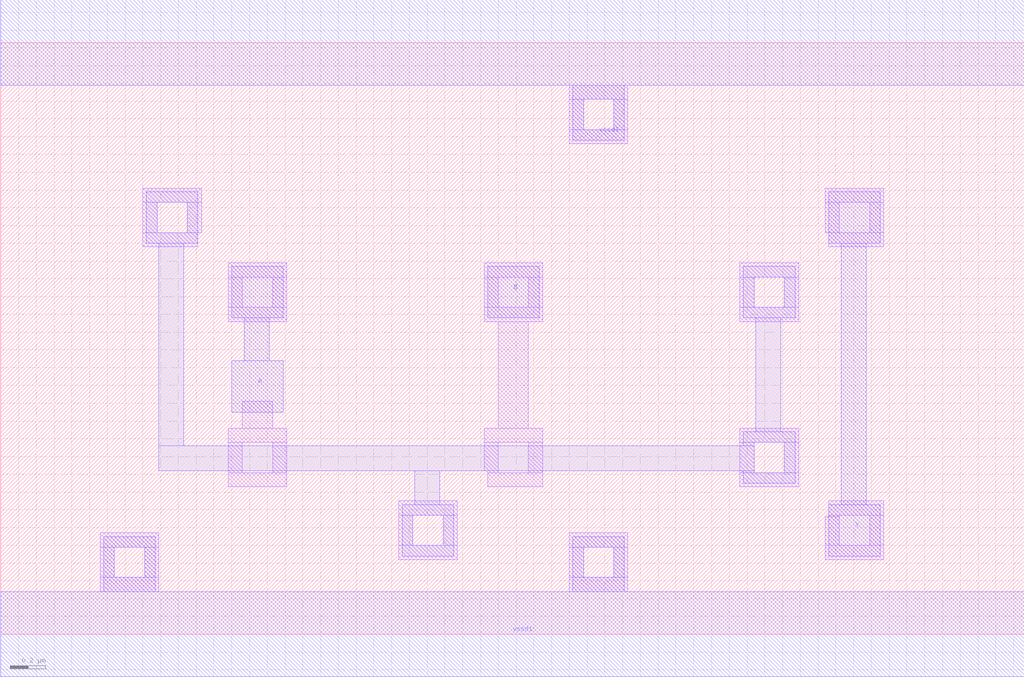
<source format=lef>
VERSION 5.7 ;
  NOWIREEXTENSIONATPIN ON ;
  DIVIDERCHAR "/" ;
  BUSBITCHARS "[]" ;
MACRO OR2X2
  CLASS CORE ;
  FOREIGN OR2X2 ;
  ORIGIN 0.000 0.000 ;
  SIZE 5.760 BY 3.330 ;
  SYMMETRY X Y R90 ;
  SITE unit ;
  PIN vccd1
    DIRECTION INOUT ;
    USE POWER ;
    SHAPE ABUTMENT ;
    PORT
      LAYER met1 ;
        RECT 0.000 3.090 5.760 3.570 ;
        RECT 3.220 3.010 3.510 3.090 ;
        RECT 3.220 2.840 3.280 3.010 ;
        RECT 3.450 2.840 3.510 3.010 ;
        RECT 3.220 2.780 3.510 2.840 ;
    END
  END vccd1
  PIN vssd1
    DIRECTION INOUT ;
    USE POWER ;
    SHAPE ABUTMENT ;
    PORT
      LAYER met1 ;
        RECT 0.580 0.490 0.870 0.550 ;
        RECT 0.580 0.320 0.640 0.490 ;
        RECT 0.810 0.320 0.870 0.490 ;
        RECT 0.580 0.240 0.870 0.320 ;
        RECT 3.220 0.490 3.510 0.550 ;
        RECT 3.220 0.320 3.280 0.490 ;
        RECT 3.450 0.320 3.510 0.490 ;
        RECT 3.220 0.240 3.510 0.320 ;
        RECT 0.000 -0.240 5.760 0.240 ;
    END
  END vssd1
  PIN Y
    DIRECTION INOUT ;
    USE SIGNAL ;
    SHAPE ABUTMENT ;
    PORT
      LAYER met1 ;
        RECT 4.660 2.200 4.950 2.490 ;
        RECT 4.730 0.730 4.870 2.200 ;
        RECT 4.660 0.440 4.950 0.730 ;
    END
  END Y
  PIN A
    DIRECTION INOUT ;
    USE SIGNAL ;
    SHAPE ABUTMENT ;
    PORT
      LAYER met1 ;
        RECT 1.300 1.780 1.590 2.070 ;
        RECT 1.370 1.540 1.510 1.780 ;
        RECT 1.300 1.250 1.590 1.540 ;
    END
  END A
  PIN B
    DIRECTION INOUT ;
    USE SIGNAL ;
    SHAPE ABUTMENT ;
    PORT
      LAYER met1 ;
        RECT 2.740 1.780 3.030 2.070 ;
    END
  END B
  OBS
      LAYER li1 ;
        RECT 3.200 3.010 3.530 3.090 ;
        RECT 3.200 2.840 3.280 3.010 ;
        RECT 3.450 2.840 3.530 3.010 ;
        RECT 3.200 2.760 3.530 2.840 ;
        RECT 0.800 2.430 1.130 2.510 ;
        RECT 0.800 2.260 0.880 2.430 ;
        RECT 1.050 2.260 1.130 2.430 ;
        RECT 4.640 2.430 4.970 2.510 ;
        RECT 4.640 2.260 4.720 2.430 ;
        RECT 4.890 2.260 4.970 2.430 ;
        RECT 0.800 2.180 1.110 2.260 ;
        RECT 4.660 2.180 4.970 2.260 ;
        RECT 1.280 2.010 1.610 2.090 ;
        RECT 1.280 1.840 1.360 2.010 ;
        RECT 1.530 1.840 1.610 2.010 ;
        RECT 1.280 1.760 1.610 1.840 ;
        RECT 2.720 2.010 3.050 2.090 ;
        RECT 2.720 1.840 2.800 2.010 ;
        RECT 2.970 1.840 3.050 2.010 ;
        RECT 2.720 1.760 3.050 1.840 ;
        RECT 4.160 2.010 4.490 2.090 ;
        RECT 4.160 1.840 4.240 2.010 ;
        RECT 4.410 1.840 4.490 2.010 ;
        RECT 4.160 1.760 4.490 1.840 ;
        RECT 1.360 1.160 1.530 1.310 ;
        RECT 2.800 1.160 2.970 1.760 ;
        RECT 1.280 1.080 1.610 1.160 ;
        RECT 1.280 0.910 1.360 1.080 ;
        RECT 1.530 0.910 1.610 1.080 ;
        RECT 2.720 1.080 3.050 1.160 ;
        RECT 2.720 0.920 2.800 1.080 ;
        RECT 1.280 0.830 1.610 0.910 ;
        RECT 2.740 0.910 2.800 0.920 ;
        RECT 2.970 0.910 3.050 1.080 ;
        RECT 2.740 0.830 3.050 0.910 ;
        RECT 4.160 1.080 4.490 1.160 ;
        RECT 4.160 0.910 4.240 1.080 ;
        RECT 4.410 0.910 4.490 1.080 ;
        RECT 4.160 0.830 4.490 0.910 ;
        RECT 2.240 0.670 2.570 0.750 ;
        RECT 0.560 0.490 0.890 0.570 ;
        RECT 0.560 0.320 0.640 0.490 ;
        RECT 0.810 0.320 0.890 0.490 ;
        RECT 2.240 0.500 2.320 0.670 ;
        RECT 2.490 0.500 2.570 0.670 ;
        RECT 4.660 0.670 4.970 0.750 ;
        RECT 4.660 0.660 4.720 0.670 ;
        RECT 2.240 0.420 2.570 0.500 ;
        RECT 3.200 0.490 3.530 0.570 ;
        RECT 0.560 0.240 0.890 0.320 ;
        RECT 3.200 0.320 3.280 0.490 ;
        RECT 3.450 0.320 3.530 0.490 ;
        RECT 4.640 0.500 4.720 0.660 ;
        RECT 4.890 0.500 4.970 0.670 ;
        RECT 4.640 0.420 4.970 0.500 ;
        RECT 3.200 0.240 3.530 0.320 ;
      LAYER met1 ;
        RECT 0.820 2.430 1.110 2.490 ;
        RECT 0.820 2.260 0.880 2.430 ;
        RECT 1.050 2.260 1.110 2.430 ;
        RECT 0.820 2.200 1.110 2.260 ;
        RECT 0.890 1.060 1.030 2.200 ;
        RECT 4.180 2.010 4.470 2.070 ;
        RECT 4.180 1.840 4.240 2.010 ;
        RECT 4.410 1.840 4.470 2.010 ;
        RECT 4.180 1.780 4.470 1.840 ;
        RECT 4.250 1.140 4.390 1.780 ;
        RECT 4.180 1.080 4.470 1.140 ;
        RECT 4.180 1.060 4.240 1.080 ;
        RECT 0.890 0.920 4.240 1.060 ;
        RECT 2.330 0.730 2.470 0.920 ;
        RECT 4.180 0.910 4.240 0.920 ;
        RECT 4.410 0.910 4.470 1.080 ;
        RECT 4.180 0.850 4.470 0.910 ;
        RECT 2.260 0.670 2.550 0.730 ;
        RECT 2.260 0.500 2.320 0.670 ;
        RECT 2.490 0.500 2.550 0.670 ;
        RECT 2.260 0.440 2.550 0.500 ;
  END
END OR2X2
END LIBRARY


</source>
